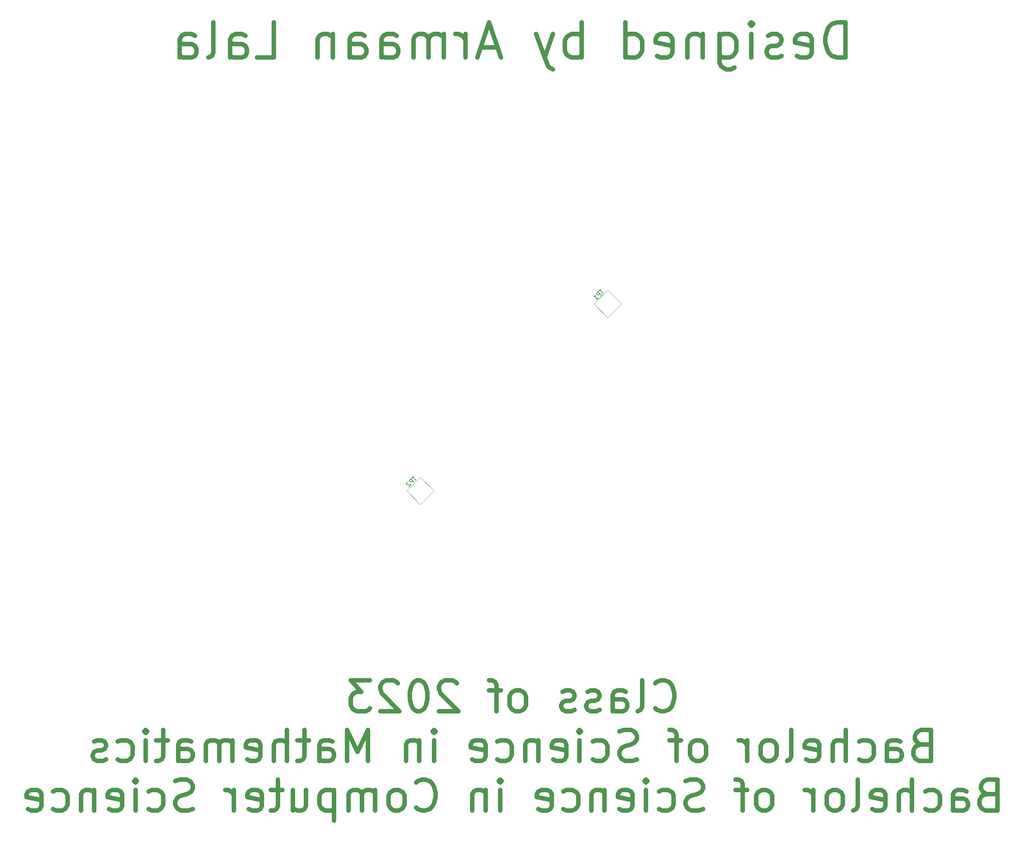
<source format=gbr>
%TF.GenerationSoftware,KiCad,Pcbnew,(6.0.10-0)*%
%TF.CreationDate,2023-02-20T09:20:58-05:00*%
%TF.ProjectId,Grad_Cap,47726164-5f43-4617-902e-6b696361645f,rev?*%
%TF.SameCoordinates,Original*%
%TF.FileFunction,Legend,Bot*%
%TF.FilePolarity,Positive*%
%FSLAX46Y46*%
G04 Gerber Fmt 4.6, Leading zero omitted, Abs format (unit mm)*
G04 Created by KiCad (PCBNEW (6.0.10-0)) date 2023-02-20 09:20:58*
%MOMM*%
%LPD*%
G01*
G04 APERTURE LIST*
G04 Aperture macros list*
%AMHorizOval*
0 Thick line with rounded ends*
0 $1 width*
0 $2 $3 position (X,Y) of the first rounded end (center of the circle)*
0 $4 $5 position (X,Y) of the second rounded end (center of the circle)*
0 Add line between two ends*
20,1,$1,$2,$3,$4,$5,0*
0 Add two circle primitives to create the rounded ends*
1,1,$1,$2,$3*
1,1,$1,$4,$5*%
%AMRotRect*
0 Rectangle, with rotation*
0 The origin of the aperture is its center*
0 $1 length*
0 $2 width*
0 $3 Rotation angle, in degrees counterclockwise*
0 Add horizontal line*
21,1,$1,$2,0,0,$3*%
G04 Aperture macros list end*
%ADD10C,1.000000*%
%ADD11C,0.150000*%
%ADD12C,0.120000*%
%ADD13RotRect,2.400000X1.600000X45.000000*%
%ADD14HorizOval,1.600000X0.282843X0.282843X-0.282843X-0.282843X0*%
%ADD15RotRect,4.000000X4.000000X225.000000*%
G04 APERTURE END LIST*
D10*
X265428571Y-113619047D02*
X265428571Y-105619047D01*
X263523809Y-105619047D01*
X262380952Y-106000000D01*
X261619047Y-106761904D01*
X261238095Y-107523809D01*
X260857142Y-109047619D01*
X260857142Y-110190476D01*
X261238095Y-111714285D01*
X261619047Y-112476190D01*
X262380952Y-113238095D01*
X263523809Y-113619047D01*
X265428571Y-113619047D01*
X254380952Y-113238095D02*
X255142857Y-113619047D01*
X256666666Y-113619047D01*
X257428571Y-113238095D01*
X257809523Y-112476190D01*
X257809523Y-109428571D01*
X257428571Y-108666666D01*
X256666666Y-108285714D01*
X255142857Y-108285714D01*
X254380952Y-108666666D01*
X254000000Y-109428571D01*
X254000000Y-110190476D01*
X257809523Y-110952380D01*
X250952380Y-113238095D02*
X250190476Y-113619047D01*
X248666666Y-113619047D01*
X247904761Y-113238095D01*
X247523809Y-112476190D01*
X247523809Y-112095238D01*
X247904761Y-111333333D01*
X248666666Y-110952380D01*
X249809523Y-110952380D01*
X250571428Y-110571428D01*
X250952380Y-109809523D01*
X250952380Y-109428571D01*
X250571428Y-108666666D01*
X249809523Y-108285714D01*
X248666666Y-108285714D01*
X247904761Y-108666666D01*
X244095238Y-113619047D02*
X244095238Y-108285714D01*
X244095238Y-105619047D02*
X244476190Y-106000000D01*
X244095238Y-106380952D01*
X243714285Y-106000000D01*
X244095238Y-105619047D01*
X244095238Y-106380952D01*
X236857142Y-108285714D02*
X236857142Y-114761904D01*
X237238095Y-115523809D01*
X237619047Y-115904761D01*
X238380952Y-116285714D01*
X239523809Y-116285714D01*
X240285714Y-115904761D01*
X236857142Y-113238095D02*
X237619047Y-113619047D01*
X239142857Y-113619047D01*
X239904761Y-113238095D01*
X240285714Y-112857142D01*
X240666666Y-112095238D01*
X240666666Y-109809523D01*
X240285714Y-109047619D01*
X239904761Y-108666666D01*
X239142857Y-108285714D01*
X237619047Y-108285714D01*
X236857142Y-108666666D01*
X233047619Y-108285714D02*
X233047619Y-113619047D01*
X233047619Y-109047619D02*
X232666666Y-108666666D01*
X231904761Y-108285714D01*
X230761904Y-108285714D01*
X230000000Y-108666666D01*
X229619047Y-109428571D01*
X229619047Y-113619047D01*
X222761904Y-113238095D02*
X223523809Y-113619047D01*
X225047619Y-113619047D01*
X225809523Y-113238095D01*
X226190476Y-112476190D01*
X226190476Y-109428571D01*
X225809523Y-108666666D01*
X225047619Y-108285714D01*
X223523809Y-108285714D01*
X222761904Y-108666666D01*
X222380952Y-109428571D01*
X222380952Y-110190476D01*
X226190476Y-110952380D01*
X215523809Y-113619047D02*
X215523809Y-105619047D01*
X215523809Y-113238095D02*
X216285714Y-113619047D01*
X217809523Y-113619047D01*
X218571428Y-113238095D01*
X218952380Y-112857142D01*
X219333333Y-112095238D01*
X219333333Y-109809523D01*
X218952380Y-109047619D01*
X218571428Y-108666666D01*
X217809523Y-108285714D01*
X216285714Y-108285714D01*
X215523809Y-108666666D01*
X205619047Y-113619047D02*
X205619047Y-105619047D01*
X205619047Y-108666666D02*
X204857142Y-108285714D01*
X203333333Y-108285714D01*
X202571428Y-108666666D01*
X202190476Y-109047619D01*
X201809523Y-109809523D01*
X201809523Y-112095238D01*
X202190476Y-112857142D01*
X202571428Y-113238095D01*
X203333333Y-113619047D01*
X204857142Y-113619047D01*
X205619047Y-113238095D01*
X199142857Y-108285714D02*
X197238095Y-113619047D01*
X195333333Y-108285714D02*
X197238095Y-113619047D01*
X198000000Y-115523809D01*
X198380952Y-115904761D01*
X199142857Y-116285714D01*
X186571428Y-111333333D02*
X182761904Y-111333333D01*
X187333333Y-113619047D02*
X184666666Y-105619047D01*
X182000000Y-113619047D01*
X179333333Y-113619047D02*
X179333333Y-108285714D01*
X179333333Y-109809523D02*
X178952380Y-109047619D01*
X178571428Y-108666666D01*
X177809523Y-108285714D01*
X177047619Y-108285714D01*
X174380952Y-113619047D02*
X174380952Y-108285714D01*
X174380952Y-109047619D02*
X174000000Y-108666666D01*
X173238095Y-108285714D01*
X172095238Y-108285714D01*
X171333333Y-108666666D01*
X170952380Y-109428571D01*
X170952380Y-113619047D01*
X170952380Y-109428571D02*
X170571428Y-108666666D01*
X169809523Y-108285714D01*
X168666666Y-108285714D01*
X167904761Y-108666666D01*
X167523809Y-109428571D01*
X167523809Y-113619047D01*
X160285714Y-113619047D02*
X160285714Y-109428571D01*
X160666666Y-108666666D01*
X161428571Y-108285714D01*
X162952380Y-108285714D01*
X163714285Y-108666666D01*
X160285714Y-113238095D02*
X161047619Y-113619047D01*
X162952380Y-113619047D01*
X163714285Y-113238095D01*
X164095238Y-112476190D01*
X164095238Y-111714285D01*
X163714285Y-110952380D01*
X162952380Y-110571428D01*
X161047619Y-110571428D01*
X160285714Y-110190476D01*
X153047619Y-113619047D02*
X153047619Y-109428571D01*
X153428571Y-108666666D01*
X154190476Y-108285714D01*
X155714285Y-108285714D01*
X156476190Y-108666666D01*
X153047619Y-113238095D02*
X153809523Y-113619047D01*
X155714285Y-113619047D01*
X156476190Y-113238095D01*
X156857142Y-112476190D01*
X156857142Y-111714285D01*
X156476190Y-110952380D01*
X155714285Y-110571428D01*
X153809523Y-110571428D01*
X153047619Y-110190476D01*
X149238095Y-108285714D02*
X149238095Y-113619047D01*
X149238095Y-109047619D02*
X148857142Y-108666666D01*
X148095238Y-108285714D01*
X146952380Y-108285714D01*
X146190476Y-108666666D01*
X145809523Y-109428571D01*
X145809523Y-113619047D01*
X132095238Y-113619047D02*
X135904761Y-113619047D01*
X135904761Y-105619047D01*
X126000000Y-113619047D02*
X126000000Y-109428571D01*
X126380952Y-108666666D01*
X127142857Y-108285714D01*
X128666666Y-108285714D01*
X129428571Y-108666666D01*
X126000000Y-113238095D02*
X126761904Y-113619047D01*
X128666666Y-113619047D01*
X129428571Y-113238095D01*
X129809523Y-112476190D01*
X129809523Y-111714285D01*
X129428571Y-110952380D01*
X128666666Y-110571428D01*
X126761904Y-110571428D01*
X126000000Y-110190476D01*
X121047619Y-113619047D02*
X121809523Y-113238095D01*
X122190476Y-112476190D01*
X122190476Y-105619047D01*
X114571428Y-113619047D02*
X114571428Y-109428571D01*
X114952380Y-108666666D01*
X115714285Y-108285714D01*
X117238095Y-108285714D01*
X118000000Y-108666666D01*
X114571428Y-113238095D02*
X115333333Y-113619047D01*
X117238095Y-113619047D01*
X118000000Y-113238095D01*
X118380952Y-112476190D01*
X118380952Y-111714285D01*
X118000000Y-110952380D01*
X117238095Y-110571428D01*
X115333333Y-110571428D01*
X114571428Y-110190476D01*
X222333333Y-261230000D02*
X222666666Y-261563333D01*
X223666666Y-261896666D01*
X224333333Y-261896666D01*
X225333333Y-261563333D01*
X226000000Y-260896666D01*
X226333333Y-260230000D01*
X226666666Y-258896666D01*
X226666666Y-257896666D01*
X226333333Y-256563333D01*
X226000000Y-255896666D01*
X225333333Y-255230000D01*
X224333333Y-254896666D01*
X223666666Y-254896666D01*
X222666666Y-255230000D01*
X222333333Y-255563333D01*
X218333333Y-261896666D02*
X219000000Y-261563333D01*
X219333333Y-260896666D01*
X219333333Y-254896666D01*
X212666666Y-261896666D02*
X212666666Y-258230000D01*
X213000000Y-257563333D01*
X213666666Y-257230000D01*
X215000000Y-257230000D01*
X215666666Y-257563333D01*
X212666666Y-261563333D02*
X213333333Y-261896666D01*
X215000000Y-261896666D01*
X215666666Y-261563333D01*
X216000000Y-260896666D01*
X216000000Y-260230000D01*
X215666666Y-259563333D01*
X215000000Y-259230000D01*
X213333333Y-259230000D01*
X212666666Y-258896666D01*
X209666666Y-261563333D02*
X209000000Y-261896666D01*
X207666666Y-261896666D01*
X207000000Y-261563333D01*
X206666666Y-260896666D01*
X206666666Y-260563333D01*
X207000000Y-259896666D01*
X207666666Y-259563333D01*
X208666666Y-259563333D01*
X209333333Y-259230000D01*
X209666666Y-258563333D01*
X209666666Y-258230000D01*
X209333333Y-257563333D01*
X208666666Y-257230000D01*
X207666666Y-257230000D01*
X207000000Y-257563333D01*
X204000000Y-261563333D02*
X203333333Y-261896666D01*
X202000000Y-261896666D01*
X201333333Y-261563333D01*
X201000000Y-260896666D01*
X201000000Y-260563333D01*
X201333333Y-259896666D01*
X202000000Y-259563333D01*
X203000000Y-259563333D01*
X203666666Y-259230000D01*
X204000000Y-258563333D01*
X204000000Y-258230000D01*
X203666666Y-257563333D01*
X203000000Y-257230000D01*
X202000000Y-257230000D01*
X201333333Y-257563333D01*
X191666666Y-261896666D02*
X192333333Y-261563333D01*
X192666666Y-261230000D01*
X193000000Y-260563333D01*
X193000000Y-258563333D01*
X192666666Y-257896666D01*
X192333333Y-257563333D01*
X191666666Y-257230000D01*
X190666666Y-257230000D01*
X190000000Y-257563333D01*
X189666666Y-257896666D01*
X189333333Y-258563333D01*
X189333333Y-260563333D01*
X189666666Y-261230000D01*
X190000000Y-261563333D01*
X190666666Y-261896666D01*
X191666666Y-261896666D01*
X187333333Y-257230000D02*
X184666666Y-257230000D01*
X186333333Y-261896666D02*
X186333333Y-255896666D01*
X186000000Y-255230000D01*
X185333333Y-254896666D01*
X184666666Y-254896666D01*
X177333333Y-255563333D02*
X177000000Y-255230000D01*
X176333333Y-254896666D01*
X174666666Y-254896666D01*
X174000000Y-255230000D01*
X173666666Y-255563333D01*
X173333333Y-256230000D01*
X173333333Y-256896666D01*
X173666666Y-257896666D01*
X177666666Y-261896666D01*
X173333333Y-261896666D01*
X169000000Y-254896666D02*
X168333333Y-254896666D01*
X167666666Y-255230000D01*
X167333333Y-255563333D01*
X167000000Y-256230000D01*
X166666666Y-257563333D01*
X166666666Y-259230000D01*
X167000000Y-260563333D01*
X167333333Y-261230000D01*
X167666666Y-261563333D01*
X168333333Y-261896666D01*
X169000000Y-261896666D01*
X169666666Y-261563333D01*
X170000000Y-261230000D01*
X170333333Y-260563333D01*
X170666666Y-259230000D01*
X170666666Y-257563333D01*
X170333333Y-256230000D01*
X170000000Y-255563333D01*
X169666666Y-255230000D01*
X169000000Y-254896666D01*
X164000000Y-255563333D02*
X163666666Y-255230000D01*
X163000000Y-254896666D01*
X161333333Y-254896666D01*
X160666666Y-255230000D01*
X160333333Y-255563333D01*
X160000000Y-256230000D01*
X160000000Y-256896666D01*
X160333333Y-257896666D01*
X164333333Y-261896666D01*
X160000000Y-261896666D01*
X157666666Y-254896666D02*
X153333333Y-254896666D01*
X155666666Y-257563333D01*
X154666666Y-257563333D01*
X154000000Y-257896666D01*
X153666666Y-258230000D01*
X153333333Y-258896666D01*
X153333333Y-260563333D01*
X153666666Y-261230000D01*
X154000000Y-261563333D01*
X154666666Y-261896666D01*
X156666666Y-261896666D01*
X157333333Y-261563333D01*
X157666666Y-261230000D01*
X282500000Y-269500000D02*
X281500000Y-269833333D01*
X281166666Y-270166666D01*
X280833333Y-270833333D01*
X280833333Y-271833333D01*
X281166666Y-272500000D01*
X281500000Y-272833333D01*
X282166666Y-273166666D01*
X284833333Y-273166666D01*
X284833333Y-266166666D01*
X282500000Y-266166666D01*
X281833333Y-266500000D01*
X281500000Y-266833333D01*
X281166666Y-267500000D01*
X281166666Y-268166666D01*
X281500000Y-268833333D01*
X281833333Y-269166666D01*
X282500000Y-269500000D01*
X284833333Y-269500000D01*
X274833333Y-273166666D02*
X274833333Y-269500000D01*
X275166666Y-268833333D01*
X275833333Y-268500000D01*
X277166666Y-268500000D01*
X277833333Y-268833333D01*
X274833333Y-272833333D02*
X275500000Y-273166666D01*
X277166666Y-273166666D01*
X277833333Y-272833333D01*
X278166666Y-272166666D01*
X278166666Y-271500000D01*
X277833333Y-270833333D01*
X277166666Y-270500000D01*
X275500000Y-270500000D01*
X274833333Y-270166666D01*
X268500000Y-272833333D02*
X269166666Y-273166666D01*
X270500000Y-273166666D01*
X271166666Y-272833333D01*
X271500000Y-272500000D01*
X271833333Y-271833333D01*
X271833333Y-269833333D01*
X271500000Y-269166666D01*
X271166666Y-268833333D01*
X270500000Y-268500000D01*
X269166666Y-268500000D01*
X268500000Y-268833333D01*
X265500000Y-273166666D02*
X265500000Y-266166666D01*
X262500000Y-273166666D02*
X262500000Y-269500000D01*
X262833333Y-268833333D01*
X263500000Y-268500000D01*
X264500000Y-268500000D01*
X265166666Y-268833333D01*
X265500000Y-269166666D01*
X256499999Y-272833333D02*
X257166666Y-273166666D01*
X258499999Y-273166666D01*
X259166666Y-272833333D01*
X259499999Y-272166666D01*
X259499999Y-269500000D01*
X259166666Y-268833333D01*
X258499999Y-268500000D01*
X257166666Y-268500000D01*
X256499999Y-268833333D01*
X256166666Y-269500000D01*
X256166666Y-270166666D01*
X259499999Y-270833333D01*
X252166666Y-273166666D02*
X252833333Y-272833333D01*
X253166666Y-272166666D01*
X253166666Y-266166666D01*
X248500000Y-273166666D02*
X249166666Y-272833333D01*
X249500000Y-272500000D01*
X249833333Y-271833333D01*
X249833333Y-269833333D01*
X249500000Y-269166666D01*
X249166666Y-268833333D01*
X248500000Y-268500000D01*
X247500000Y-268500000D01*
X246833333Y-268833333D01*
X246500000Y-269166666D01*
X246166666Y-269833333D01*
X246166666Y-271833333D01*
X246500000Y-272500000D01*
X246833333Y-272833333D01*
X247500000Y-273166666D01*
X248500000Y-273166666D01*
X243166666Y-273166666D02*
X243166666Y-268500000D01*
X243166666Y-269833333D02*
X242833333Y-269166666D01*
X242499999Y-268833333D01*
X241833333Y-268500000D01*
X241166666Y-268500000D01*
X232499999Y-273166666D02*
X233166666Y-272833333D01*
X233499999Y-272500000D01*
X233833333Y-271833333D01*
X233833333Y-269833333D01*
X233499999Y-269166666D01*
X233166666Y-268833333D01*
X232499999Y-268500000D01*
X231499999Y-268500000D01*
X230833333Y-268833333D01*
X230499999Y-269166666D01*
X230166666Y-269833333D01*
X230166666Y-271833333D01*
X230499999Y-272500000D01*
X230833333Y-272833333D01*
X231499999Y-273166666D01*
X232499999Y-273166666D01*
X228166666Y-268500000D02*
X225499999Y-268500000D01*
X227166666Y-273166666D02*
X227166666Y-267166666D01*
X226833333Y-266500000D01*
X226166666Y-266166666D01*
X225499999Y-266166666D01*
X218166666Y-272833333D02*
X217166666Y-273166666D01*
X215499999Y-273166666D01*
X214833333Y-272833333D01*
X214499999Y-272500000D01*
X214166666Y-271833333D01*
X214166666Y-271166666D01*
X214499999Y-270500000D01*
X214833333Y-270166666D01*
X215499999Y-269833333D01*
X216833333Y-269500000D01*
X217499999Y-269166666D01*
X217833333Y-268833333D01*
X218166666Y-268166666D01*
X218166666Y-267500000D01*
X217833333Y-266833333D01*
X217499999Y-266500000D01*
X216833333Y-266166666D01*
X215166666Y-266166666D01*
X214166666Y-266500000D01*
X208166666Y-272833333D02*
X208833333Y-273166666D01*
X210166666Y-273166666D01*
X210833333Y-272833333D01*
X211166666Y-272500000D01*
X211499999Y-271833333D01*
X211499999Y-269833333D01*
X211166666Y-269166666D01*
X210833333Y-268833333D01*
X210166666Y-268500000D01*
X208833333Y-268500000D01*
X208166666Y-268833333D01*
X205166666Y-273166666D02*
X205166666Y-268500000D01*
X205166666Y-266166666D02*
X205499999Y-266500000D01*
X205166666Y-266833333D01*
X204833333Y-266500000D01*
X205166666Y-266166666D01*
X205166666Y-266833333D01*
X199166666Y-272833333D02*
X199833333Y-273166666D01*
X201166666Y-273166666D01*
X201833333Y-272833333D01*
X202166666Y-272166666D01*
X202166666Y-269500000D01*
X201833333Y-268833333D01*
X201166666Y-268500000D01*
X199833333Y-268500000D01*
X199166666Y-268833333D01*
X198833333Y-269500000D01*
X198833333Y-270166666D01*
X202166666Y-270833333D01*
X195833333Y-268500000D02*
X195833333Y-273166666D01*
X195833333Y-269166666D02*
X195499999Y-268833333D01*
X194833333Y-268500000D01*
X193833333Y-268500000D01*
X193166666Y-268833333D01*
X192833333Y-269500000D01*
X192833333Y-273166666D01*
X186499999Y-272833333D02*
X187166666Y-273166666D01*
X188499999Y-273166666D01*
X189166666Y-272833333D01*
X189499999Y-272500000D01*
X189833333Y-271833333D01*
X189833333Y-269833333D01*
X189499999Y-269166666D01*
X189166666Y-268833333D01*
X188499999Y-268500000D01*
X187166666Y-268500000D01*
X186499999Y-268833333D01*
X180833333Y-272833333D02*
X181499999Y-273166666D01*
X182833333Y-273166666D01*
X183499999Y-272833333D01*
X183833333Y-272166666D01*
X183833333Y-269500000D01*
X183499999Y-268833333D01*
X182833333Y-268500000D01*
X181499999Y-268500000D01*
X180833333Y-268833333D01*
X180499999Y-269500000D01*
X180499999Y-270166666D01*
X183833333Y-270833333D01*
X172166666Y-273166666D02*
X172166666Y-268500000D01*
X172166666Y-266166666D02*
X172499999Y-266500000D01*
X172166666Y-266833333D01*
X171833333Y-266500000D01*
X172166666Y-266166666D01*
X172166666Y-266833333D01*
X168833333Y-268500000D02*
X168833333Y-273166666D01*
X168833333Y-269166666D02*
X168499999Y-268833333D01*
X167833333Y-268500000D01*
X166833333Y-268500000D01*
X166166666Y-268833333D01*
X165833333Y-269500000D01*
X165833333Y-273166666D01*
X157166666Y-273166666D02*
X157166666Y-266166666D01*
X154833333Y-271166666D01*
X152499999Y-266166666D01*
X152499999Y-273166666D01*
X146166666Y-273166666D02*
X146166666Y-269500000D01*
X146499999Y-268833333D01*
X147166666Y-268500000D01*
X148499999Y-268500000D01*
X149166666Y-268833333D01*
X146166666Y-272833333D02*
X146833333Y-273166666D01*
X148499999Y-273166666D01*
X149166666Y-272833333D01*
X149499999Y-272166666D01*
X149499999Y-271500000D01*
X149166666Y-270833333D01*
X148499999Y-270500000D01*
X146833333Y-270500000D01*
X146166666Y-270166666D01*
X143833333Y-268500000D02*
X141166666Y-268500000D01*
X142833333Y-266166666D02*
X142833333Y-272166666D01*
X142499999Y-272833333D01*
X141833333Y-273166666D01*
X141166666Y-273166666D01*
X138833333Y-273166666D02*
X138833333Y-266166666D01*
X135833333Y-273166666D02*
X135833333Y-269500000D01*
X136166666Y-268833333D01*
X136833333Y-268500000D01*
X137833333Y-268500000D01*
X138499999Y-268833333D01*
X138833333Y-269166666D01*
X129833333Y-272833333D02*
X130499999Y-273166666D01*
X131833333Y-273166666D01*
X132499999Y-272833333D01*
X132833333Y-272166666D01*
X132833333Y-269500000D01*
X132499999Y-268833333D01*
X131833333Y-268500000D01*
X130499999Y-268500000D01*
X129833333Y-268833333D01*
X129499999Y-269500000D01*
X129499999Y-270166666D01*
X132833333Y-270833333D01*
X126499999Y-273166666D02*
X126499999Y-268500000D01*
X126499999Y-269166666D02*
X126166666Y-268833333D01*
X125499999Y-268500000D01*
X124499999Y-268500000D01*
X123833333Y-268833333D01*
X123499999Y-269500000D01*
X123499999Y-273166666D01*
X123499999Y-269500000D02*
X123166666Y-268833333D01*
X122499999Y-268500000D01*
X121499999Y-268500000D01*
X120833333Y-268833333D01*
X120499999Y-269500000D01*
X120499999Y-273166666D01*
X114166666Y-273166666D02*
X114166666Y-269500000D01*
X114499999Y-268833333D01*
X115166666Y-268500000D01*
X116499999Y-268500000D01*
X117166666Y-268833333D01*
X114166666Y-272833333D02*
X114833333Y-273166666D01*
X116499999Y-273166666D01*
X117166666Y-272833333D01*
X117499999Y-272166666D01*
X117499999Y-271500000D01*
X117166666Y-270833333D01*
X116499999Y-270500000D01*
X114833333Y-270500000D01*
X114166666Y-270166666D01*
X111833333Y-268500000D02*
X109166666Y-268500000D01*
X110833333Y-266166666D02*
X110833333Y-272166666D01*
X110499999Y-272833333D01*
X109833333Y-273166666D01*
X109166666Y-273166666D01*
X106833333Y-273166666D02*
X106833333Y-268500000D01*
X106833333Y-266166666D02*
X107166666Y-266500000D01*
X106833333Y-266833333D01*
X106499999Y-266500000D01*
X106833333Y-266166666D01*
X106833333Y-266833333D01*
X100499999Y-272833333D02*
X101166666Y-273166666D01*
X102499999Y-273166666D01*
X103166666Y-272833333D01*
X103499999Y-272500000D01*
X103833333Y-271833333D01*
X103833333Y-269833333D01*
X103499999Y-269166666D01*
X103166666Y-268833333D01*
X102499999Y-268500000D01*
X101166666Y-268500000D01*
X100499999Y-268833333D01*
X97833333Y-272833333D02*
X97166666Y-273166666D01*
X95833333Y-273166666D01*
X95166666Y-272833333D01*
X94833333Y-272166666D01*
X94833333Y-271833333D01*
X95166666Y-271166666D01*
X95833333Y-270833333D01*
X96833333Y-270833333D01*
X97499999Y-270500000D01*
X97833333Y-269833333D01*
X97833333Y-269500000D01*
X97499999Y-268833333D01*
X96833333Y-268500000D01*
X95833333Y-268500000D01*
X95166666Y-268833333D01*
X297500000Y-280770000D02*
X296500000Y-281103333D01*
X296166666Y-281436666D01*
X295833333Y-282103333D01*
X295833333Y-283103333D01*
X296166666Y-283770000D01*
X296500000Y-284103333D01*
X297166666Y-284436666D01*
X299833333Y-284436666D01*
X299833333Y-277436666D01*
X297500000Y-277436666D01*
X296833333Y-277770000D01*
X296500000Y-278103333D01*
X296166666Y-278770000D01*
X296166666Y-279436666D01*
X296500000Y-280103333D01*
X296833333Y-280436666D01*
X297500000Y-280770000D01*
X299833333Y-280770000D01*
X289833333Y-284436666D02*
X289833333Y-280770000D01*
X290166666Y-280103333D01*
X290833333Y-279770000D01*
X292166666Y-279770000D01*
X292833333Y-280103333D01*
X289833333Y-284103333D02*
X290500000Y-284436666D01*
X292166666Y-284436666D01*
X292833333Y-284103333D01*
X293166666Y-283436666D01*
X293166666Y-282770000D01*
X292833333Y-282103333D01*
X292166666Y-281770000D01*
X290500000Y-281770000D01*
X289833333Y-281436666D01*
X283500000Y-284103333D02*
X284166666Y-284436666D01*
X285500000Y-284436666D01*
X286166666Y-284103333D01*
X286500000Y-283770000D01*
X286833333Y-283103333D01*
X286833333Y-281103333D01*
X286500000Y-280436666D01*
X286166666Y-280103333D01*
X285500000Y-279770000D01*
X284166666Y-279770000D01*
X283500000Y-280103333D01*
X280500000Y-284436666D02*
X280500000Y-277436666D01*
X277500000Y-284436666D02*
X277500000Y-280770000D01*
X277833333Y-280103333D01*
X278500000Y-279770000D01*
X279500000Y-279770000D01*
X280166666Y-280103333D01*
X280500000Y-280436666D01*
X271500000Y-284103333D02*
X272166666Y-284436666D01*
X273500000Y-284436666D01*
X274166666Y-284103333D01*
X274500000Y-283436666D01*
X274500000Y-280770000D01*
X274166666Y-280103333D01*
X273500000Y-279770000D01*
X272166666Y-279770000D01*
X271500000Y-280103333D01*
X271166666Y-280770000D01*
X271166666Y-281436666D01*
X274500000Y-282103333D01*
X267166666Y-284436666D02*
X267833333Y-284103333D01*
X268166666Y-283436666D01*
X268166666Y-277436666D01*
X263500000Y-284436666D02*
X264166666Y-284103333D01*
X264500000Y-283770000D01*
X264833333Y-283103333D01*
X264833333Y-281103333D01*
X264500000Y-280436666D01*
X264166666Y-280103333D01*
X263500000Y-279770000D01*
X262500000Y-279770000D01*
X261833333Y-280103333D01*
X261500000Y-280436666D01*
X261166666Y-281103333D01*
X261166666Y-283103333D01*
X261500000Y-283770000D01*
X261833333Y-284103333D01*
X262500000Y-284436666D01*
X263500000Y-284436666D01*
X258166666Y-284436666D02*
X258166666Y-279770000D01*
X258166666Y-281103333D02*
X257833333Y-280436666D01*
X257500000Y-280103333D01*
X256833333Y-279770000D01*
X256166666Y-279770000D01*
X247500000Y-284436666D02*
X248166666Y-284103333D01*
X248500000Y-283770000D01*
X248833333Y-283103333D01*
X248833333Y-281103333D01*
X248500000Y-280436666D01*
X248166666Y-280103333D01*
X247500000Y-279770000D01*
X246500000Y-279770000D01*
X245833333Y-280103333D01*
X245500000Y-280436666D01*
X245166666Y-281103333D01*
X245166666Y-283103333D01*
X245500000Y-283770000D01*
X245833333Y-284103333D01*
X246500000Y-284436666D01*
X247500000Y-284436666D01*
X243166666Y-279770000D02*
X240499999Y-279770000D01*
X242166666Y-284436666D02*
X242166666Y-278436666D01*
X241833333Y-277770000D01*
X241166666Y-277436666D01*
X240499999Y-277436666D01*
X233166666Y-284103333D02*
X232166666Y-284436666D01*
X230499999Y-284436666D01*
X229833333Y-284103333D01*
X229499999Y-283770000D01*
X229166666Y-283103333D01*
X229166666Y-282436666D01*
X229499999Y-281770000D01*
X229833333Y-281436666D01*
X230499999Y-281103333D01*
X231833333Y-280770000D01*
X232499999Y-280436666D01*
X232833333Y-280103333D01*
X233166666Y-279436666D01*
X233166666Y-278770000D01*
X232833333Y-278103333D01*
X232499999Y-277770000D01*
X231833333Y-277436666D01*
X230166666Y-277436666D01*
X229166666Y-277770000D01*
X223166666Y-284103333D02*
X223833333Y-284436666D01*
X225166666Y-284436666D01*
X225833333Y-284103333D01*
X226166666Y-283770000D01*
X226499999Y-283103333D01*
X226499999Y-281103333D01*
X226166666Y-280436666D01*
X225833333Y-280103333D01*
X225166666Y-279770000D01*
X223833333Y-279770000D01*
X223166666Y-280103333D01*
X220166666Y-284436666D02*
X220166666Y-279770000D01*
X220166666Y-277436666D02*
X220499999Y-277770000D01*
X220166666Y-278103333D01*
X219833333Y-277770000D01*
X220166666Y-277436666D01*
X220166666Y-278103333D01*
X214166666Y-284103333D02*
X214833333Y-284436666D01*
X216166666Y-284436666D01*
X216833333Y-284103333D01*
X217166666Y-283436666D01*
X217166666Y-280770000D01*
X216833333Y-280103333D01*
X216166666Y-279770000D01*
X214833333Y-279770000D01*
X214166666Y-280103333D01*
X213833333Y-280770000D01*
X213833333Y-281436666D01*
X217166666Y-282103333D01*
X210833333Y-279770000D02*
X210833333Y-284436666D01*
X210833333Y-280436666D02*
X210499999Y-280103333D01*
X209833333Y-279770000D01*
X208833333Y-279770000D01*
X208166666Y-280103333D01*
X207833333Y-280770000D01*
X207833333Y-284436666D01*
X201499999Y-284103333D02*
X202166666Y-284436666D01*
X203499999Y-284436666D01*
X204166666Y-284103333D01*
X204499999Y-283770000D01*
X204833333Y-283103333D01*
X204833333Y-281103333D01*
X204499999Y-280436666D01*
X204166666Y-280103333D01*
X203499999Y-279770000D01*
X202166666Y-279770000D01*
X201499999Y-280103333D01*
X195833333Y-284103333D02*
X196499999Y-284436666D01*
X197833333Y-284436666D01*
X198499999Y-284103333D01*
X198833333Y-283436666D01*
X198833333Y-280770000D01*
X198499999Y-280103333D01*
X197833333Y-279770000D01*
X196499999Y-279770000D01*
X195833333Y-280103333D01*
X195499999Y-280770000D01*
X195499999Y-281436666D01*
X198833333Y-282103333D01*
X187166666Y-284436666D02*
X187166666Y-279770000D01*
X187166666Y-277436666D02*
X187499999Y-277770000D01*
X187166666Y-278103333D01*
X186833333Y-277770000D01*
X187166666Y-277436666D01*
X187166666Y-278103333D01*
X183833333Y-279770000D02*
X183833333Y-284436666D01*
X183833333Y-280436666D02*
X183499999Y-280103333D01*
X182833333Y-279770000D01*
X181833333Y-279770000D01*
X181166666Y-280103333D01*
X180833333Y-280770000D01*
X180833333Y-284436666D01*
X168166666Y-283770000D02*
X168500000Y-284103333D01*
X169500000Y-284436666D01*
X170166666Y-284436666D01*
X171166666Y-284103333D01*
X171833333Y-283436666D01*
X172166666Y-282770000D01*
X172500000Y-281436666D01*
X172500000Y-280436666D01*
X172166666Y-279103333D01*
X171833333Y-278436666D01*
X171166666Y-277770000D01*
X170166666Y-277436666D01*
X169500000Y-277436666D01*
X168500000Y-277770000D01*
X168166666Y-278103333D01*
X164166666Y-284436666D02*
X164833333Y-284103333D01*
X165166666Y-283770000D01*
X165500000Y-283103333D01*
X165500000Y-281103333D01*
X165166666Y-280436666D01*
X164833333Y-280103333D01*
X164166666Y-279770000D01*
X163166666Y-279770000D01*
X162500000Y-280103333D01*
X162166666Y-280436666D01*
X161833333Y-281103333D01*
X161833333Y-283103333D01*
X162166666Y-283770000D01*
X162500000Y-284103333D01*
X163166666Y-284436666D01*
X164166666Y-284436666D01*
X158833333Y-284436666D02*
X158833333Y-279770000D01*
X158833333Y-280436666D02*
X158500000Y-280103333D01*
X157833333Y-279770000D01*
X156833333Y-279770000D01*
X156166666Y-280103333D01*
X155833333Y-280770000D01*
X155833333Y-284436666D01*
X155833333Y-280770000D02*
X155500000Y-280103333D01*
X154833333Y-279770000D01*
X153833333Y-279770000D01*
X153166666Y-280103333D01*
X152833333Y-280770000D01*
X152833333Y-284436666D01*
X149500000Y-279770000D02*
X149500000Y-286770000D01*
X149500000Y-280103333D02*
X148833333Y-279770000D01*
X147500000Y-279770000D01*
X146833333Y-280103333D01*
X146500000Y-280436666D01*
X146166666Y-281103333D01*
X146166666Y-283103333D01*
X146500000Y-283770000D01*
X146833333Y-284103333D01*
X147500000Y-284436666D01*
X148833333Y-284436666D01*
X149500000Y-284103333D01*
X140166666Y-279770000D02*
X140166666Y-284436666D01*
X143166666Y-279770000D02*
X143166666Y-283436666D01*
X142833333Y-284103333D01*
X142166666Y-284436666D01*
X141166666Y-284436666D01*
X140500000Y-284103333D01*
X140166666Y-283770000D01*
X137833333Y-279770000D02*
X135166666Y-279770000D01*
X136833333Y-277436666D02*
X136833333Y-283436666D01*
X136500000Y-284103333D01*
X135833333Y-284436666D01*
X135166666Y-284436666D01*
X130166666Y-284103333D02*
X130833333Y-284436666D01*
X132166666Y-284436666D01*
X132833333Y-284103333D01*
X133166666Y-283436666D01*
X133166666Y-280770000D01*
X132833333Y-280103333D01*
X132166666Y-279770000D01*
X130833333Y-279770000D01*
X130166666Y-280103333D01*
X129833333Y-280770000D01*
X129833333Y-281436666D01*
X133166666Y-282103333D01*
X126833333Y-284436666D02*
X126833333Y-279770000D01*
X126833333Y-281103333D02*
X126499999Y-280436666D01*
X126166666Y-280103333D01*
X125499999Y-279770000D01*
X124833333Y-279770000D01*
X117499999Y-284103333D02*
X116499999Y-284436666D01*
X114833333Y-284436666D01*
X114166666Y-284103333D01*
X113833333Y-283770000D01*
X113499999Y-283103333D01*
X113499999Y-282436666D01*
X113833333Y-281770000D01*
X114166666Y-281436666D01*
X114833333Y-281103333D01*
X116166666Y-280770000D01*
X116833333Y-280436666D01*
X117166666Y-280103333D01*
X117499999Y-279436666D01*
X117499999Y-278770000D01*
X117166666Y-278103333D01*
X116833333Y-277770000D01*
X116166666Y-277436666D01*
X114499999Y-277436666D01*
X113499999Y-277770000D01*
X107499999Y-284103333D02*
X108166666Y-284436666D01*
X109499999Y-284436666D01*
X110166666Y-284103333D01*
X110499999Y-283770000D01*
X110833333Y-283103333D01*
X110833333Y-281103333D01*
X110499999Y-280436666D01*
X110166666Y-280103333D01*
X109499999Y-279770000D01*
X108166666Y-279770000D01*
X107499999Y-280103333D01*
X104499999Y-284436666D02*
X104499999Y-279770000D01*
X104499999Y-277436666D02*
X104833333Y-277770000D01*
X104499999Y-278103333D01*
X104166666Y-277770000D01*
X104499999Y-277436666D01*
X104499999Y-278103333D01*
X98499999Y-284103333D02*
X99166666Y-284436666D01*
X100499999Y-284436666D01*
X101166666Y-284103333D01*
X101499999Y-283436666D01*
X101499999Y-280770000D01*
X101166666Y-280103333D01*
X100499999Y-279770000D01*
X99166666Y-279770000D01*
X98499999Y-280103333D01*
X98166666Y-280770000D01*
X98166666Y-281436666D01*
X101499999Y-282103333D01*
X95166666Y-279770000D02*
X95166666Y-284436666D01*
X95166666Y-280436666D02*
X94833333Y-280103333D01*
X94166666Y-279770000D01*
X93166666Y-279770000D01*
X92499999Y-280103333D01*
X92166666Y-280770000D01*
X92166666Y-284436666D01*
X85833333Y-284103333D02*
X86499999Y-284436666D01*
X87833333Y-284436666D01*
X88499999Y-284103333D01*
X88833333Y-283770000D01*
X89166666Y-283103333D01*
X89166666Y-281103333D01*
X88833333Y-280436666D01*
X88499999Y-280103333D01*
X87833333Y-279770000D01*
X86499999Y-279770000D01*
X85833333Y-280103333D01*
X80166666Y-284103333D02*
X80833333Y-284436666D01*
X82166666Y-284436666D01*
X82833333Y-284103333D01*
X83166666Y-283436666D01*
X83166666Y-280770000D01*
X82833333Y-280103333D01*
X82166666Y-279770000D01*
X80833333Y-279770000D01*
X80166666Y-280103333D01*
X79833333Y-280770000D01*
X79833333Y-281436666D01*
X83166666Y-282103333D01*
D11*
%TO.C,TP2*%
X167541324Y-208591745D02*
X167137263Y-208995806D01*
X168046400Y-209500882D02*
X167339293Y-208793775D01*
X167608667Y-209938615D02*
X166901560Y-209231508D01*
X166632186Y-209500882D01*
X166598515Y-209601897D01*
X166598515Y-209669241D01*
X166632186Y-209770256D01*
X166733202Y-209871272D01*
X166834217Y-209904943D01*
X166901560Y-209904943D01*
X167002576Y-209871272D01*
X167271950Y-209601897D01*
X166295469Y-209972287D02*
X166228125Y-209972287D01*
X166127110Y-210005959D01*
X165958751Y-210174317D01*
X165925080Y-210275333D01*
X165925080Y-210342676D01*
X165958751Y-210443691D01*
X166026095Y-210511035D01*
X166160782Y-210578378D01*
X166968904Y-210578378D01*
X166531171Y-211016111D01*
%TO.C,TP1*%
X209967731Y-166165338D02*
X209563670Y-166569399D01*
X210472807Y-167074475D02*
X209765700Y-166367368D01*
X210035074Y-167512208D02*
X209327967Y-166805101D01*
X209058593Y-167074475D01*
X209024922Y-167175490D01*
X209024922Y-167242834D01*
X209058593Y-167343849D01*
X209159609Y-167444865D01*
X209260624Y-167478536D01*
X209327967Y-167478536D01*
X209428983Y-167444865D01*
X209698357Y-167175490D01*
X208957578Y-168589704D02*
X209361639Y-168185643D01*
X209159609Y-168387674D02*
X208452502Y-167680567D01*
X208620861Y-167714239D01*
X208755548Y-167714239D01*
X208856563Y-167680567D01*
D12*
%TO.C,TP2*%
X172196713Y-211920467D02*
X169085443Y-208809197D01*
X169085443Y-208809197D02*
X165974173Y-211920467D01*
X165974173Y-211920467D02*
X169085443Y-215031737D01*
X169085443Y-215031737D02*
X172196713Y-211920467D01*
%TO.C,TP1*%
X211511850Y-172605330D02*
X214623120Y-169494060D01*
X208400580Y-169494060D02*
X211511850Y-172605330D01*
X211511850Y-166382790D02*
X208400580Y-169494060D01*
X214623120Y-169494060D02*
X211511850Y-166382790D01*
%TD*%
%LPC*%
D13*
%TO.C,U1*%
X227717464Y-202677309D03*
D14*
X229513515Y-204473360D03*
X231309566Y-206269411D03*
X233105618Y-208065463D03*
X234901669Y-209861514D03*
X236697720Y-211657565D03*
X238493771Y-213453616D03*
X240289823Y-215249668D03*
X242085874Y-217045719D03*
X243881925Y-218841770D03*
X245677976Y-220637821D03*
X247474027Y-222433872D03*
X249270079Y-224229924D03*
X251066130Y-226025975D03*
X261842437Y-215249668D03*
X260046386Y-213453616D03*
X258250335Y-211657565D03*
X256454284Y-209861514D03*
X254658232Y-208065463D03*
X252862181Y-206269411D03*
X251066130Y-204473360D03*
X249270079Y-202677309D03*
X247474027Y-200881258D03*
X245677976Y-199085207D03*
X243881925Y-197289155D03*
X242085874Y-195493104D03*
X240289823Y-193697053D03*
X238493771Y-191901002D03*
%TD*%
D15*
%TO.C,TP2*%
X169085443Y-211920467D03*
%TD*%
%TO.C,TP1*%
X211511850Y-169494060D03*
%TD*%
M02*

</source>
